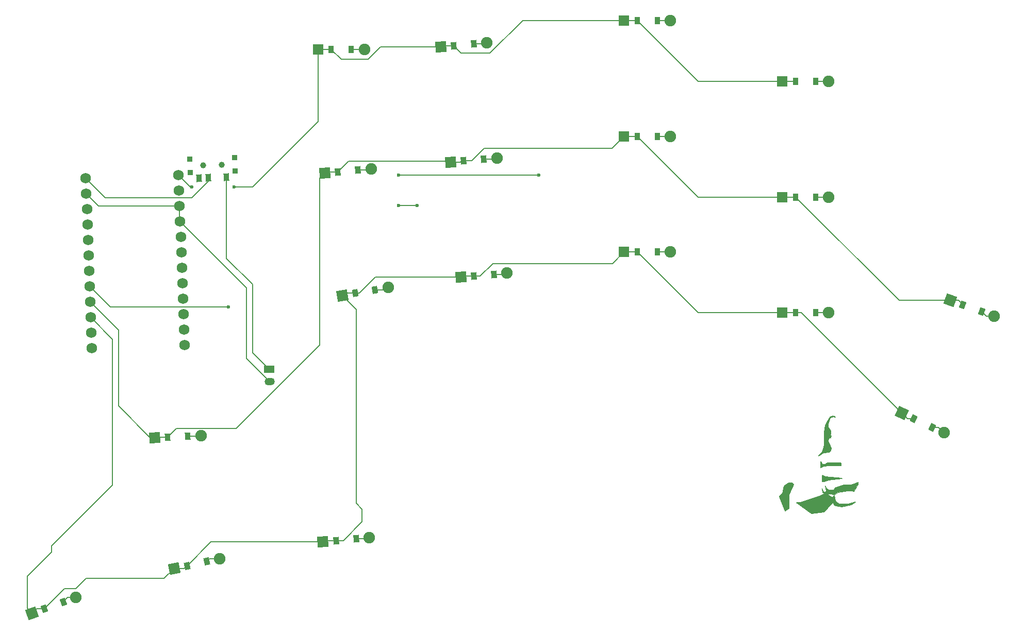
<source format=gbr>
%TF.GenerationSoftware,KiCad,Pcbnew,8.0.6*%
%TF.CreationDate,2025-01-06T03:58:56-07:00*%
%TF.ProjectId,right_circuit,72696768-745f-4636-9972-637569742e6b,v1.0.0*%
%TF.SameCoordinates,Original*%
%TF.FileFunction,Copper,L1,Top*%
%TF.FilePolarity,Positive*%
%FSLAX46Y46*%
G04 Gerber Fmt 4.6, Leading zero omitted, Abs format (unit mm)*
G04 Created by KiCad (PCBNEW 8.0.6) date 2025-01-06 03:58:56*
%MOMM*%
%LPD*%
G01*
G04 APERTURE LIST*
G04 Aperture macros list*
%AMHorizOval*
0 Thick line with rounded ends*
0 $1 width*
0 $2 $3 position (X,Y) of the first rounded end (center of the circle)*
0 $4 $5 position (X,Y) of the second rounded end (center of the circle)*
0 Add line between two ends*
20,1,$1,$2,$3,$4,$5,0*
0 Add two circle primitives to create the rounded ends*
1,1,$1,$2,$3*
1,1,$1,$4,$5*%
%AMRotRect*
0 Rectangle, with rotation*
0 The origin of the aperture is its center*
0 $1 length*
0 $2 width*
0 $3 Rotation angle, in degrees counterclockwise*
0 Add horizontal line*
21,1,$1,$2,0,0,$3*%
G04 Aperture macros list end*
%TA.AperFunction,NonConductor*%
%ADD10C,0.200000*%
%TD*%
%TA.AperFunction,NonConductor*%
%ADD11C,0.100000*%
%TD*%
%TA.AperFunction,SMDPad,CuDef*%
%ADD12RotRect,0.900000X0.900000X2.000000*%
%TD*%
%TA.AperFunction,WasherPad*%
%ADD13C,1.000000*%
%TD*%
%TA.AperFunction,SMDPad,CuDef*%
%ADD14RotRect,0.900000X1.250000X2.000000*%
%TD*%
%TA.AperFunction,ComponentPad*%
%ADD15RotRect,1.778000X1.778000X5.000000*%
%TD*%
%TA.AperFunction,SMDPad,CuDef*%
%ADD16RotRect,0.900000X1.200000X5.000000*%
%TD*%
%TA.AperFunction,ComponentPad*%
%ADD17C,1.905000*%
%TD*%
%TA.AperFunction,ComponentPad*%
%ADD18RotRect,1.778000X1.778000X20.000000*%
%TD*%
%TA.AperFunction,SMDPad,CuDef*%
%ADD19RotRect,0.900000X1.200000X20.000000*%
%TD*%
%TA.AperFunction,ComponentPad*%
%ADD20RotRect,1.778000X1.778000X12.000000*%
%TD*%
%TA.AperFunction,SMDPad,CuDef*%
%ADD21RotRect,0.900000X1.200000X12.000000*%
%TD*%
%TA.AperFunction,ComponentPad*%
%ADD22R,1.778000X1.778000*%
%TD*%
%TA.AperFunction,SMDPad,CuDef*%
%ADD23R,0.900000X1.200000*%
%TD*%
%TA.AperFunction,ComponentPad*%
%ADD24C,1.752600*%
%TD*%
%TA.AperFunction,ComponentPad*%
%ADD25RotRect,1.778000X1.778000X340.000000*%
%TD*%
%TA.AperFunction,SMDPad,CuDef*%
%ADD26RotRect,0.900000X1.200000X340.000000*%
%TD*%
%TA.AperFunction,ComponentPad*%
%ADD27RotRect,1.778000X1.778000X10.000000*%
%TD*%
%TA.AperFunction,SMDPad,CuDef*%
%ADD28RotRect,0.900000X1.200000X10.000000*%
%TD*%
%TA.AperFunction,ComponentPad*%
%ADD29RotRect,1.778000X1.778000X2.000000*%
%TD*%
%TA.AperFunction,SMDPad,CuDef*%
%ADD30RotRect,0.900000X1.200000X2.000000*%
%TD*%
%TA.AperFunction,ComponentPad*%
%ADD31RotRect,1.200000X1.700000X272.000000*%
%TD*%
%TA.AperFunction,ComponentPad*%
%ADD32HorizOval,1.200000X-0.249848X-0.008725X0.249848X0.008725X0*%
%TD*%
%TA.AperFunction,ComponentPad*%
%ADD33RotRect,1.778000X1.778000X335.000000*%
%TD*%
%TA.AperFunction,SMDPad,CuDef*%
%ADD34RotRect,0.900000X1.200000X335.000000*%
%TD*%
%TA.AperFunction,ViaPad*%
%ADD35C,0.600000*%
%TD*%
%TA.AperFunction,Conductor*%
%ADD36C,0.200000*%
%TD*%
G04 APERTURE END LIST*
D10*
X244300000Y-171100000D02*
X244050000Y-171400000D01*
X244300000Y-171900000D01*
X242800000Y-173400000D01*
X240800000Y-173650000D01*
X238300000Y-171900000D01*
X239050000Y-171900000D01*
X242050000Y-170900000D01*
X243050000Y-170400000D01*
X244300000Y-171100000D01*
%TA.AperFunction,NonConductor*%
G36*
X244300000Y-171100000D02*
G01*
X244050000Y-171400000D01*
X244300000Y-171900000D01*
X242800000Y-173400000D01*
X240800000Y-173650000D01*
X238300000Y-171900000D01*
X239050000Y-171900000D01*
X242050000Y-170900000D01*
X243050000Y-170400000D01*
X244300000Y-171100000D01*
G37*
%TD.AperFunction*%
X237800000Y-168900000D02*
X237100000Y-170600000D01*
X237050000Y-172850000D01*
X236450000Y-173200000D01*
X235700000Y-171400000D01*
X235550000Y-170900000D01*
X236050000Y-170400000D01*
X236300000Y-169150000D01*
X237050000Y-168650000D01*
X237550000Y-168650000D01*
X237800000Y-168900000D01*
%TA.AperFunction,NonConductor*%
G36*
X237800000Y-168900000D02*
G01*
X237100000Y-170600000D01*
X237050000Y-172850000D01*
X236450000Y-173200000D01*
X235700000Y-171400000D01*
X235550000Y-170900000D01*
X236050000Y-170400000D01*
X236300000Y-169150000D01*
X237050000Y-168650000D01*
X237550000Y-168650000D01*
X237800000Y-168900000D01*
G37*
%TD.AperFunction*%
X242550000Y-167400000D02*
X243050000Y-167650000D01*
X245800000Y-167900000D01*
X243550000Y-168150000D01*
X242800000Y-168400000D01*
X242550000Y-168400000D01*
X242550000Y-167900000D01*
X242550000Y-167400000D01*
%TA.AperFunction,NonConductor*%
G36*
X242550000Y-167400000D02*
G01*
X243050000Y-167650000D01*
X245800000Y-167900000D01*
X243550000Y-168150000D01*
X242800000Y-168400000D01*
X242550000Y-168400000D01*
X242550000Y-167900000D01*
X242550000Y-167400000D01*
G37*
%TD.AperFunction*%
D11*
X248400000Y-168800000D02*
X248100000Y-169400000D01*
X247700000Y-170000000D01*
X247300000Y-169900000D01*
X246700000Y-169900000D01*
X245100000Y-170200000D01*
X244600000Y-170500000D01*
X242800000Y-170400000D01*
X242600000Y-170200000D01*
X242500000Y-169500000D01*
X242700000Y-170100000D01*
X243000000Y-170100000D01*
X243200000Y-169900000D01*
X242990000Y-169110000D01*
X243240000Y-169470000D01*
X243600000Y-169800000D01*
X244000000Y-169800000D01*
X244400000Y-169800000D01*
X244600000Y-169400000D01*
X246000000Y-168900000D01*
X246600000Y-168900000D01*
X247300000Y-168900000D01*
X248400000Y-168500000D01*
X248400000Y-168800000D01*
%TA.AperFunction,NonConductor*%
G36*
X248400000Y-168800000D02*
G01*
X248100000Y-169400000D01*
X247700000Y-170000000D01*
X247300000Y-169900000D01*
X246700000Y-169900000D01*
X245100000Y-170200000D01*
X244600000Y-170500000D01*
X242800000Y-170400000D01*
X242600000Y-170200000D01*
X242500000Y-169500000D01*
X242700000Y-170100000D01*
X243000000Y-170100000D01*
X243200000Y-169900000D01*
X242990000Y-169110000D01*
X243240000Y-169470000D01*
X243600000Y-169800000D01*
X244000000Y-169800000D01*
X244400000Y-169800000D01*
X244600000Y-169400000D01*
X246000000Y-168900000D01*
X246600000Y-168900000D01*
X247300000Y-168900000D01*
X248400000Y-168500000D01*
X248400000Y-168800000D01*
G37*
%TD.AperFunction*%
D10*
X242600000Y-165600000D02*
X243050000Y-165650000D01*
X243300000Y-165400000D01*
X245650000Y-165400000D01*
X245650000Y-165750000D01*
X243550000Y-165750000D01*
X242800000Y-165900000D01*
X242300000Y-166150000D01*
X242300000Y-165150000D01*
X242600000Y-165600000D01*
%TA.AperFunction,NonConductor*%
G36*
X242600000Y-165600000D02*
G01*
X243050000Y-165650000D01*
X243300000Y-165400000D01*
X245650000Y-165400000D01*
X245650000Y-165750000D01*
X243550000Y-165750000D01*
X242800000Y-165900000D01*
X242300000Y-166150000D01*
X242300000Y-165150000D01*
X242600000Y-165600000D01*
G37*
%TD.AperFunction*%
X244357142Y-157714285D02*
X243800000Y-157900000D01*
X243500000Y-158900000D01*
X243500000Y-159400000D01*
X243900000Y-160100000D01*
X243900000Y-160600000D01*
X243700000Y-160800000D01*
X244000000Y-160900000D01*
X243900000Y-161200000D01*
X243600000Y-161300000D01*
X243500000Y-161800000D01*
X244000000Y-162900000D01*
X243900000Y-163300000D01*
X243700000Y-163600000D01*
X242700000Y-163700000D01*
X242500000Y-163800000D01*
X242000000Y-164200000D01*
X242600000Y-163600000D01*
X242700000Y-163100000D01*
X242900000Y-162400000D01*
X242900000Y-160400000D01*
X243100000Y-159200000D01*
X243300000Y-158700000D01*
X243800000Y-157800000D01*
X244300000Y-157700000D01*
X244357142Y-157714285D01*
%TA.AperFunction,NonConductor*%
G36*
X244357142Y-157714285D02*
G01*
X243800000Y-157900000D01*
X243500000Y-158900000D01*
X243500000Y-159400000D01*
X243900000Y-160100000D01*
X243900000Y-160600000D01*
X243700000Y-160800000D01*
X244000000Y-160900000D01*
X243900000Y-161200000D01*
X243600000Y-161300000D01*
X243500000Y-161800000D01*
X244000000Y-162900000D01*
X243900000Y-163300000D01*
X243700000Y-163600000D01*
X242700000Y-163700000D01*
X242500000Y-163800000D01*
X242000000Y-164200000D01*
X242600000Y-163600000D01*
X242700000Y-163100000D01*
X242900000Y-162400000D01*
X242900000Y-160400000D01*
X243100000Y-159200000D01*
X243300000Y-158700000D01*
X243800000Y-157800000D01*
X244300000Y-157700000D01*
X244357142Y-157714285D01*
G37*
%TD.AperFunction*%
X244700000Y-157800000D02*
X244357142Y-157714285D01*
X244400000Y-157700000D01*
X244700000Y-157800000D01*
%TA.AperFunction,NonConductor*%
G36*
X244700000Y-157800000D02*
G01*
X244357142Y-157714285D01*
X244400000Y-157700000D01*
X244700000Y-157800000D01*
G37*
%TD.AperFunction*%
X244700000Y-171600000D02*
X245300000Y-172100000D01*
X246800000Y-172100000D01*
X248000000Y-171800000D01*
X247300000Y-172200000D01*
X245800000Y-172600000D01*
X244800000Y-172400000D01*
X244500000Y-172200000D01*
X244200000Y-171400000D01*
X244300000Y-171100000D01*
X244500000Y-170700000D01*
X244700000Y-171600000D01*
%TA.AperFunction,NonConductor*%
G36*
X244700000Y-171600000D02*
G01*
X245300000Y-172100000D01*
X246800000Y-172100000D01*
X248000000Y-171800000D01*
X247300000Y-172200000D01*
X245800000Y-172600000D01*
X244800000Y-172400000D01*
X244500000Y-172200000D01*
X244200000Y-171400000D01*
X244300000Y-171100000D01*
X244500000Y-170700000D01*
X244700000Y-171600000D01*
G37*
%TD.AperFunction*%
D12*
%TO.P,T1,*%
%TO.N,*%
X138670000Y-115390000D03*
X138746779Y-117588660D03*
D13*
X140907050Y-116412551D03*
X143905222Y-116307853D03*
D12*
X146065493Y-115131744D03*
X146142272Y-117330404D03*
D14*
%TO.P,T1,1*%
%TO.N,pos*%
X144727182Y-118355414D03*
%TO.P,T1,2*%
%TO.N,RAW*%
X141729009Y-118460113D03*
%TO.P,T1,3*%
%TO.N,N/C*%
X140229923Y-118512462D03*
%TD*%
D15*
%TO.P,D9,1*%
%TO.N,P113*%
X181530084Y-115885440D03*
D16*
X183681865Y-115697184D03*
%TO.P,D9,2*%
%TO.N,four_home*%
X186969307Y-115409570D03*
D17*
X189121088Y-115221314D03*
%TD*%
D18*
%TO.P,D1,1*%
%TO.N,P111*%
X112787852Y-190061868D03*
D19*
X114817588Y-189323104D03*
%TO.P,D1,2*%
%TO.N,thumb-outer_bottom*%
X117918574Y-188194438D03*
D17*
X119948310Y-187455674D03*
%TD*%
D20*
%TO.P,D2,1*%
%TO.N,P111*%
X136104905Y-182704735D03*
D21*
X138217703Y-182255644D03*
%TO.P,D2,2*%
%TO.N,thumb_bottom*%
X141445591Y-181569536D03*
D17*
X143558389Y-181120445D03*
%TD*%
D22*
%TO.P,D14,1*%
%TO.N,P111*%
X236004112Y-140646223D03*
D23*
X238164112Y-140646223D03*
%TO.P,D14,2*%
%TO.N,two_bottom*%
X241464112Y-140646223D03*
D17*
X243624112Y-140646223D03*
%TD*%
D22*
%TO.P,D11,1*%
%TO.N,P111*%
X210004112Y-130646223D03*
D23*
X212164112Y-130646223D03*
%TO.P,D11,2*%
%TO.N,three_bottom*%
X215464112Y-130646223D03*
D17*
X217624112Y-130646223D03*
%TD*%
D22*
%TO.P,D13,1*%
%TO.N,P006*%
X210004112Y-92646223D03*
D23*
X212164112Y-92646223D03*
%TO.P,D13,2*%
%TO.N,three_top*%
X215464112Y-92646223D03*
D17*
X217624112Y-92646223D03*
%TD*%
D15*
%TO.P,D10,1*%
%TO.N,P006*%
X179874125Y-96957741D03*
D16*
X182025906Y-96769485D03*
%TO.P,D10,2*%
%TO.N,four_top*%
X185313348Y-96481871D03*
D17*
X187465129Y-96293615D03*
%TD*%
D24*
%TO.P,MCU1,1*%
%TO.N,P006*%
X136849129Y-118040279D03*
%TO.P,MCU1,2*%
%TO.N,P008*%
X136937774Y-120578732D03*
%TO.P,MCU1,3*%
%TO.N,GND*%
X137026419Y-123117184D03*
%TO.P,MCU1,4*%
X137115063Y-125655637D03*
%TO.P,MCU1,5*%
%TO.N,P017*%
X137203708Y-128194090D03*
%TO.P,MCU1,6*%
%TO.N,P020*%
X137292353Y-130732542D03*
%TO.P,MCU1,7*%
%TO.N,P022*%
X137380997Y-133270995D03*
%TO.P,MCU1,8*%
%TO.N,P024*%
X137469642Y-135809448D03*
%TO.P,MCU1,9*%
%TO.N,P100*%
X137558287Y-138347901D03*
%TO.P,MCU1,10*%
%TO.N,P011*%
X137646932Y-140886353D03*
%TO.P,MCU1,11*%
%TO.N,P104*%
X137735576Y-143424806D03*
%TO.P,MCU1,12*%
%TO.N,P106*%
X137824221Y-145963259D03*
%TO.P,MCU1,13*%
%TO.N,P009*%
X122593505Y-146495127D03*
%TO.P,MCU1,14*%
%TO.N,P010*%
X122504860Y-143956674D03*
%TO.P,MCU1,15*%
%TO.N,P111*%
X122416215Y-141418222D03*
%TO.P,MCU1,16*%
%TO.N,P113*%
X122327571Y-138879769D03*
%TO.P,MCU1,17*%
%TO.N,P115*%
X122238926Y-136341316D03*
%TO.P,MCU1,18*%
%TO.N,P002*%
X122150281Y-133802864D03*
%TO.P,MCU1,19*%
%TO.N,P029*%
X122061637Y-131264411D03*
%TO.P,MCU1,20*%
%TO.N,P031*%
X121972992Y-128725958D03*
%TO.P,MCU1,21*%
%TO.N,VCC*%
X121884347Y-126187505D03*
%TO.P,MCU1,22*%
%TO.N,RST*%
X121795702Y-123649053D03*
%TO.P,MCU1,23*%
%TO.N,GND*%
X121707058Y-121110600D03*
%TO.P,MCU1,24*%
%TO.N,RAW*%
X121618413Y-118572147D03*
%TD*%
D22*
%TO.P,D7,1*%
%TO.N,P006*%
X159751108Y-97354754D03*
D23*
X161911108Y-97354754D03*
%TO.P,D7,2*%
%TO.N,inner_top*%
X165211108Y-97354754D03*
D17*
X167371108Y-97354754D03*
%TD*%
D25*
%TO.P,D18,1*%
%TO.N,P113*%
X263590872Y-138625697D03*
D26*
X265620608Y-139364461D03*
%TO.P,D18,2*%
%TO.N,one_home*%
X268721594Y-140493127D03*
D17*
X270751330Y-141231891D03*
%TD*%
D15*
%TO.P,D6,1*%
%TO.N,P113*%
X160861149Y-117682645D03*
D16*
X163012930Y-117494389D03*
%TO.P,D6,2*%
%TO.N,inner_home*%
X166300372Y-117206775D03*
D17*
X168452153Y-117018519D03*
%TD*%
D22*
%TO.P,D15,1*%
%TO.N,P113*%
X236004112Y-121646223D03*
D23*
X238164112Y-121646223D03*
%TO.P,D15,2*%
%TO.N,two_home*%
X241464112Y-121646223D03*
D17*
X243624112Y-121646223D03*
%TD*%
D15*
%TO.P,D4,1*%
%TO.N,P111*%
X160553121Y-178316842D03*
D16*
X162704902Y-178128586D03*
%TO.P,D4,2*%
%TO.N,thumb-inner_bottom*%
X165992344Y-177840972D03*
D17*
X168144125Y-177652716D03*
%TD*%
D27*
%TO.P,D5,1*%
%TO.N,P111*%
X163738656Y-137836438D03*
D28*
X165865843Y-137461357D03*
%TO.P,D5,2*%
%TO.N,inner_bottom*%
X169115709Y-136888319D03*
D17*
X171242896Y-136513238D03*
%TD*%
D29*
%TO.P,D3,1*%
%TO.N,P113*%
X132922069Y-161173607D03*
D30*
X135080753Y-161098224D03*
%TO.P,D3,2*%
%TO.N,thumb_home*%
X138378743Y-160983056D03*
D17*
X140537427Y-160907673D03*
%TD*%
D22*
%TO.P,D12,1*%
%TO.N,P113*%
X210004112Y-111646223D03*
D23*
X212164112Y-111646223D03*
%TO.P,D12,2*%
%TO.N,three_home*%
X215464112Y-111646223D03*
D17*
X217624112Y-111646223D03*
%TD*%
D15*
%TO.P,D8,1*%
%TO.N,P111*%
X183186043Y-134813139D03*
D16*
X185337824Y-134624883D03*
%TO.P,D8,2*%
%TO.N,four_bottom*%
X188625266Y-134337269D03*
D17*
X190777047Y-134149013D03*
%TD*%
D22*
%TO.P,D16,1*%
%TO.N,P006*%
X236004112Y-102646223D03*
D23*
X238164112Y-102646223D03*
%TO.P,D16,2*%
%TO.N,two_top*%
X241464112Y-102646223D03*
D17*
X243624112Y-102646223D03*
%TD*%
D31*
%TO.P,JST1,1*%
%TO.N,pos*%
X151763614Y-149975105D03*
D32*
%TO.P,JST1,2*%
%TO.N,GND*%
X151833402Y-151973887D03*
%TD*%
D33*
%TO.P,D17,1*%
%TO.N,P111*%
X255638309Y-157187006D03*
D34*
X257595934Y-158099862D03*
%TO.P,D17,2*%
%TO.N,one_bottom*%
X260586750Y-159494502D03*
D17*
X262544375Y-160407358D03*
%TD*%
D35*
%TO.N,P115*%
X145000000Y-139710053D03*
%TO.N,P020*%
X173000000Y-123000000D03*
X176000000Y-123000000D03*
%TO.N,P017*%
X196000000Y-118000000D03*
X173000000Y-118000000D03*
%TO.N,P006*%
X139000000Y-120000000D03*
X146000000Y-120000000D03*
%TD*%
D36*
%TO.N,thumb-outer_bottom*%
X118657338Y-187455674D02*
X119948310Y-187455674D01*
X117918574Y-188194438D02*
X118657338Y-187455674D01*
%TO.N,thumb_bottom*%
X141894681Y-181120446D02*
X143558389Y-181120446D01*
X141445591Y-181569536D02*
X141894681Y-181120446D01*
%TO.N,thumb_home*%
X140462044Y-160983056D02*
X140537427Y-160907673D01*
X138378743Y-160983056D02*
X140462044Y-160983056D01*
%TO.N,thumb-inner_bottom*%
X165992344Y-177840972D02*
X167955869Y-177840972D01*
X167955869Y-177840972D02*
X168144125Y-177652716D01*
%TO.N,inner_bottom*%
X170867813Y-136888319D02*
X171242894Y-136513238D01*
X169115709Y-136888319D02*
X170867813Y-136888319D01*
%TO.N,P115*%
X125607663Y-139710053D02*
X122238926Y-136341316D01*
X145000000Y-139710053D02*
X125607663Y-139710053D01*
%TO.N,inner_home*%
X166300372Y-117206775D02*
X168263897Y-117206775D01*
X168263897Y-117206775D02*
X168452153Y-117018519D01*
%TO.N,inner_top*%
X165211108Y-97354754D02*
X167371108Y-97354754D01*
%TO.N,four_bottom*%
X188625266Y-134337269D02*
X190588791Y-134337269D01*
X190588791Y-134337269D02*
X190777047Y-134149013D01*
%TO.N,P020*%
X173000000Y-123000000D02*
X176000000Y-123000000D01*
%TO.N,four_home*%
X186969307Y-115409570D02*
X188932832Y-115409570D01*
X188932832Y-115409570D02*
X189121088Y-115221314D01*
%TO.N,four_top*%
X185313348Y-96481871D02*
X187276873Y-96481871D01*
X187276873Y-96481871D02*
X187465129Y-96293615D01*
%TO.N,three_bottom*%
X215464112Y-130646223D02*
X217624112Y-130646223D01*
%TO.N,P017*%
X196000000Y-118000000D02*
X173000000Y-118000000D01*
%TO.N,three_home*%
X215464112Y-111646223D02*
X217624112Y-111646223D01*
%TO.N,three_top*%
X215464112Y-92646223D02*
X217624112Y-92646223D01*
%TO.N,two_bottom*%
X241464112Y-140646223D02*
X243624112Y-140646223D01*
%TO.N,two_home*%
X241464112Y-121646223D02*
X243624112Y-121646223D01*
%TO.N,two_top*%
X241464112Y-102646223D02*
X243624112Y-102646223D01*
%TO.N,one_bottom*%
X260586750Y-159494502D02*
X261631519Y-159494502D01*
X261631519Y-159494502D02*
X262544375Y-160407358D01*
%TO.N,one_home*%
X269460358Y-141231891D02*
X270751330Y-141231891D01*
X268721594Y-140493127D02*
X269460358Y-141231891D01*
%TO.N,RAW*%
X141729009Y-119085494D02*
X141729009Y-118460113D01*
X121618413Y-118572147D02*
X124801298Y-121755032D01*
X124801298Y-121755032D02*
X139059471Y-121755032D01*
X139059471Y-121755032D02*
X141729009Y-119085494D01*
%TO.N,GND*%
X123713642Y-123117184D02*
X137026419Y-123117184D01*
X148000000Y-136540574D02*
X148000000Y-148140480D01*
X137115063Y-125655637D02*
X148000000Y-136540574D01*
X148000000Y-148140480D02*
X151833407Y-151973887D01*
X121707058Y-121110600D02*
X123713642Y-123117184D01*
X137026419Y-123117184D02*
X137026419Y-125566993D01*
X137026419Y-125566993D02*
X137115063Y-125655637D01*
%TO.N,P113*%
X222164112Y-121646223D02*
X212164112Y-111646223D01*
X161049405Y-117494389D02*
X160861149Y-117682645D01*
X164741300Y-115766019D02*
X163012930Y-117494389D01*
X264881844Y-138625697D02*
X263590872Y-138625697D01*
X127000000Y-156000000D02*
X127000000Y-143552198D01*
X160000000Y-146000000D02*
X146344827Y-159655173D01*
X181410663Y-115766019D02*
X164741300Y-115766019D01*
X183681865Y-115697184D02*
X183302816Y-115697184D01*
X132997452Y-161098224D02*
X132922069Y-161173607D01*
X163012930Y-117494389D02*
X161049405Y-117494389D01*
X183302816Y-115697184D02*
X183114560Y-115885440D01*
X136523804Y-159655173D02*
X135080753Y-161098224D01*
X132922069Y-161173607D02*
X132173607Y-161173607D01*
X263590872Y-138625697D02*
X255143586Y-138625697D01*
X184992340Y-115697184D02*
X183681865Y-115697184D01*
X132173607Y-161173607D02*
X127000000Y-156000000D01*
X135080753Y-161098224D02*
X132997452Y-161098224D01*
X160861149Y-117682645D02*
X160000000Y-118543794D01*
X265620608Y-139364461D02*
X264881844Y-138625697D01*
X187056426Y-113633098D02*
X184992340Y-115697184D01*
X236004112Y-121646223D02*
X222164112Y-121646223D01*
X127000000Y-143552198D02*
X122327571Y-138879769D01*
X183114560Y-115885440D02*
X181530084Y-115885440D01*
X208017237Y-113633098D02*
X187056426Y-113633098D01*
X210004112Y-111646223D02*
X208017237Y-113633098D01*
X181530084Y-115885440D02*
X181410663Y-115766019D01*
X255143586Y-138625697D02*
X238164112Y-121646223D01*
X160000000Y-118543794D02*
X160000000Y-146000000D01*
X146344827Y-159655173D02*
X136523804Y-159655173D01*
X238164112Y-121646223D02*
X236004112Y-121646223D01*
X212164112Y-111646223D02*
X210004112Y-111646223D01*
%TO.N,P111*%
X134489850Y-184319789D02*
X121680211Y-184319789D01*
X160741377Y-178128586D02*
X160553121Y-178316842D01*
X222164112Y-140646223D02*
X212164112Y-130646223D01*
X183374299Y-134624883D02*
X183186043Y-134813139D01*
X164113739Y-137461357D02*
X163738658Y-137836438D01*
X185337824Y-134624883D02*
X183374299Y-134624883D01*
X212164112Y-130646223D02*
X210004112Y-130646223D01*
X118140692Y-186000000D02*
X114817588Y-189323104D01*
X167000000Y-175000000D02*
X163871414Y-178128586D01*
X138217703Y-182255644D02*
X137768613Y-182704734D01*
X163871414Y-178128586D02*
X162704902Y-178128586D01*
X236004112Y-140646223D02*
X222164112Y-140646223D01*
X116000000Y-179000000D02*
X126000000Y-169000000D01*
X112787852Y-190061868D02*
X113526616Y-189323104D01*
X137768613Y-182704734D02*
X136104905Y-182704734D01*
X166538643Y-137461357D02*
X165865843Y-137461357D01*
X183186043Y-134813139D02*
X169186861Y-134813139D01*
X165865843Y-137461357D02*
X164113739Y-137461357D01*
X188439203Y-132560797D02*
X186375117Y-134624883D01*
X142156505Y-178316842D02*
X138217703Y-182255644D01*
X163738658Y-137836438D02*
X166000000Y-140097780D01*
X121680211Y-184319789D02*
X120000000Y-186000000D01*
X112787852Y-190061868D02*
X112000000Y-189274016D01*
X126000000Y-145002007D02*
X122416215Y-141418222D01*
X238164112Y-140646223D02*
X236004112Y-140646223D01*
X239097526Y-140646223D02*
X238164112Y-140646223D01*
X116000000Y-180000000D02*
X116000000Y-179000000D01*
X136104905Y-182704734D02*
X134489850Y-184319789D01*
X257595934Y-158099862D02*
X256551165Y-158099862D01*
X112000000Y-189274016D02*
X112000000Y-184000000D01*
X112000000Y-184000000D02*
X116000000Y-180000000D01*
X166000000Y-172000000D02*
X167000000Y-173000000D01*
X169186861Y-134813139D02*
X166538643Y-137461357D01*
X167000000Y-173000000D02*
X167000000Y-175000000D01*
X255638309Y-157187006D02*
X239097526Y-140646223D01*
X256551165Y-158099862D02*
X255638309Y-157187006D01*
X208089538Y-132560797D02*
X188439203Y-132560797D01*
X160553121Y-178316842D02*
X142156505Y-178316842D01*
X210004112Y-130646223D02*
X208089538Y-132560797D01*
X166000000Y-140097780D02*
X166000000Y-172000000D01*
X120000000Y-186000000D02*
X118140692Y-186000000D01*
X162704902Y-178128586D02*
X160741377Y-178128586D01*
X126000000Y-169000000D02*
X126000000Y-145002007D01*
X186375117Y-134624883D02*
X185337824Y-134624883D01*
X113526616Y-189323104D02*
X114817588Y-189323104D01*
%TO.N,P006*%
X183256421Y-98000000D02*
X182025906Y-96769485D01*
X238164112Y-102646223D02*
X236004112Y-102646223D01*
X182025906Y-96769485D02*
X180062381Y-96769485D01*
X136849129Y-118040279D02*
X138808850Y-120000000D01*
X138808850Y-120000000D02*
X139000000Y-120000000D01*
X212164112Y-92646223D02*
X210004112Y-92646223D01*
X168000000Y-99000000D02*
X163556354Y-99000000D01*
X179874125Y-96957741D02*
X170042259Y-96957741D01*
X193353777Y-92646223D02*
X188000000Y-98000000D01*
X180062381Y-96769485D02*
X179874125Y-96957741D01*
X163556354Y-99000000D02*
X161911108Y-97354754D01*
X146000000Y-120000000D02*
X149000000Y-120000000D01*
X149000000Y-120000000D02*
X159751108Y-109248892D01*
X210004112Y-92646223D02*
X193353777Y-92646223D01*
X188000000Y-98000000D02*
X183256421Y-98000000D01*
X236004112Y-102646223D02*
X222164112Y-102646223D01*
X170042259Y-96957741D02*
X168000000Y-99000000D01*
X159751108Y-109248892D02*
X159751108Y-97354754D01*
X222164112Y-102646223D02*
X212164112Y-92646223D01*
X161911108Y-97354754D02*
X159751108Y-97354754D01*
%TO.N,pos*%
X149000000Y-136000000D02*
X149000000Y-147211492D01*
X144727182Y-131727182D02*
X149000000Y-136000000D01*
X149000000Y-147211492D02*
X151763613Y-149975105D01*
X144727182Y-118355414D02*
X144727182Y-131727182D01*
%TD*%
M02*

</source>
